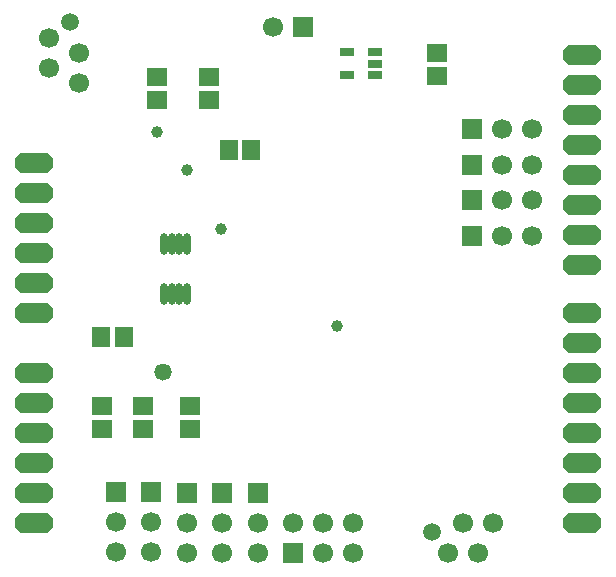
<source format=gbs>
%FSAX42Y42*%
%MOMM*%
G71*
G01*
G75*
G04 Layer_Color=16711935*
%ADD10R,0.80X0.33*%
%ADD11R,0.33X0.80*%
%ADD12R,1.30X1.60*%
%ADD13R,1.60X1.30*%
%ADD14C,0.24*%
%ADD15C,0.25*%
G04:AMPARAMS|DCode=16|XSize=3mm|YSize=1.5mm|CornerRadius=0mm|HoleSize=0mm|Usage=FLASHONLY|Rotation=0.000|XOffset=0mm|YOffset=0mm|HoleType=Round|Shape=Octagon|*
%AMOCTAGOND16*
4,1,8,1.50,-0.38,1.50,0.38,1.13,0.75,-1.13,0.75,-1.50,0.38,-1.50,-0.38,-1.13,-0.75,1.13,-0.75,1.50,-0.38,0.0*
%
%ADD16OCTAGOND16*%

%ADD17C,1.50*%
%ADD18C,1.30*%
%ADD19R,1.50X1.50*%
%ADD20R,1.50X1.50*%
%ADD21C,0.80*%
%ADD22C,1.27*%
%ADD23O,0.48X1.65*%
%ADD24R,1.10X0.60*%
%ADD25C,0.10*%
%ADD26C,0.20*%
%ADD27C,0.08*%
%ADD28C,0.30*%
%ADD29R,1.10X0.63*%
%ADD30R,0.63X1.10*%
%ADD31R,1.50X1.80*%
%ADD32R,1.80X1.50*%
G04:AMPARAMS|DCode=33|XSize=3.2mm|YSize=1.7mm|CornerRadius=0mm|HoleSize=0mm|Usage=FLASHONLY|Rotation=0.000|XOffset=0mm|YOffset=0mm|HoleType=Round|Shape=Octagon|*
%AMOCTAGOND33*
4,1,8,1.60,-0.42,1.60,0.42,1.18,0.85,-1.18,0.85,-1.60,0.42,-1.60,-0.42,-1.18,-0.85,1.18,-0.85,1.60,-0.42,0.0*
%
%ADD33OCTAGOND33*%

%ADD34C,1.70*%
%ADD35R,1.70X1.70*%
%ADD36R,1.70X1.70*%
%ADD37C,1.00*%
%ADD38C,1.47*%
%ADD39O,0.68X1.85*%
%ADD40R,1.30X0.80*%
D17*
X006047Y002945D02*
D03*
X002985Y007260D02*
D03*
D31*
X003440Y004595D02*
D03*
X003250D02*
D03*
X004520Y006172D02*
D03*
X004330D02*
D03*
D32*
X004000Y003815D02*
D03*
Y004005D02*
D03*
X003600Y003815D02*
D03*
Y004005D02*
D03*
X003260Y003815D02*
D03*
Y004005D02*
D03*
X003720Y006600D02*
D03*
Y006790D02*
D03*
X004160Y006600D02*
D03*
Y006790D02*
D03*
X006090Y006805D02*
D03*
Y006995D02*
D03*
D33*
X007323Y005457D02*
D03*
Y005711D02*
D03*
Y004797D02*
D03*
Y005203D02*
D03*
Y006727D02*
D03*
Y006981D02*
D03*
Y005965D02*
D03*
Y006219D02*
D03*
Y003527D02*
D03*
Y003019D02*
D03*
Y003273D02*
D03*
Y004289D02*
D03*
Y004543D02*
D03*
Y003781D02*
D03*
Y004035D02*
D03*
Y006473D02*
D03*
X002677Y005813D02*
D03*
Y006067D02*
D03*
Y005305D02*
D03*
Y005559D02*
D03*
Y004797D02*
D03*
X002680Y005051D02*
D03*
X002677Y004035D02*
D03*
Y004289D02*
D03*
Y003781D02*
D03*
Y003527D02*
D03*
Y003019D02*
D03*
Y003273D02*
D03*
D34*
X006568Y003019D02*
D03*
X006315D02*
D03*
X006442Y002765D02*
D03*
X006188D02*
D03*
X005381Y003019D02*
D03*
Y002765D02*
D03*
X005127Y003019D02*
D03*
Y002765D02*
D03*
X004873Y003019D02*
D03*
X003373Y003024D02*
D03*
Y002770D02*
D03*
X006646Y005450D02*
D03*
X006900D02*
D03*
X006646Y005750D02*
D03*
X006900D02*
D03*
X003973Y003019D02*
D03*
Y002765D02*
D03*
X006646Y006050D02*
D03*
X006900D02*
D03*
X004273Y003019D02*
D03*
Y002765D02*
D03*
X003673Y003024D02*
D03*
Y002770D02*
D03*
X002805Y007120D02*
D03*
X003059Y006993D02*
D03*
X002805Y006866D02*
D03*
X003059Y006739D02*
D03*
X006646Y006350D02*
D03*
X006900D02*
D03*
X004573Y003017D02*
D03*
Y002762D02*
D03*
X004703Y007220D02*
D03*
D35*
X004873Y002765D02*
D03*
X006392Y005450D02*
D03*
Y005750D02*
D03*
Y006050D02*
D03*
X004956Y007220D02*
D03*
D36*
X003373Y003278D02*
D03*
X003973Y003273D02*
D03*
X004273D02*
D03*
X003673Y003278D02*
D03*
X006392Y006350D02*
D03*
X004573Y003271D02*
D03*
D37*
X003720Y006325D02*
D03*
X003978Y006005D02*
D03*
X004262Y005505D02*
D03*
X005250Y004683D02*
D03*
D38*
X003772Y004300D02*
D03*
D39*
X003783Y005380D02*
D03*
X003912Y004955D02*
D03*
X003783D02*
D03*
X003847D02*
D03*
X003978D02*
D03*
X003847Y005380D02*
D03*
X003912D02*
D03*
X003978D02*
D03*
D40*
X005572Y006907D02*
D03*
Y007003D02*
D03*
Y006812D02*
D03*
X005333Y007003D02*
D03*
Y006812D02*
D03*
M02*

</source>
